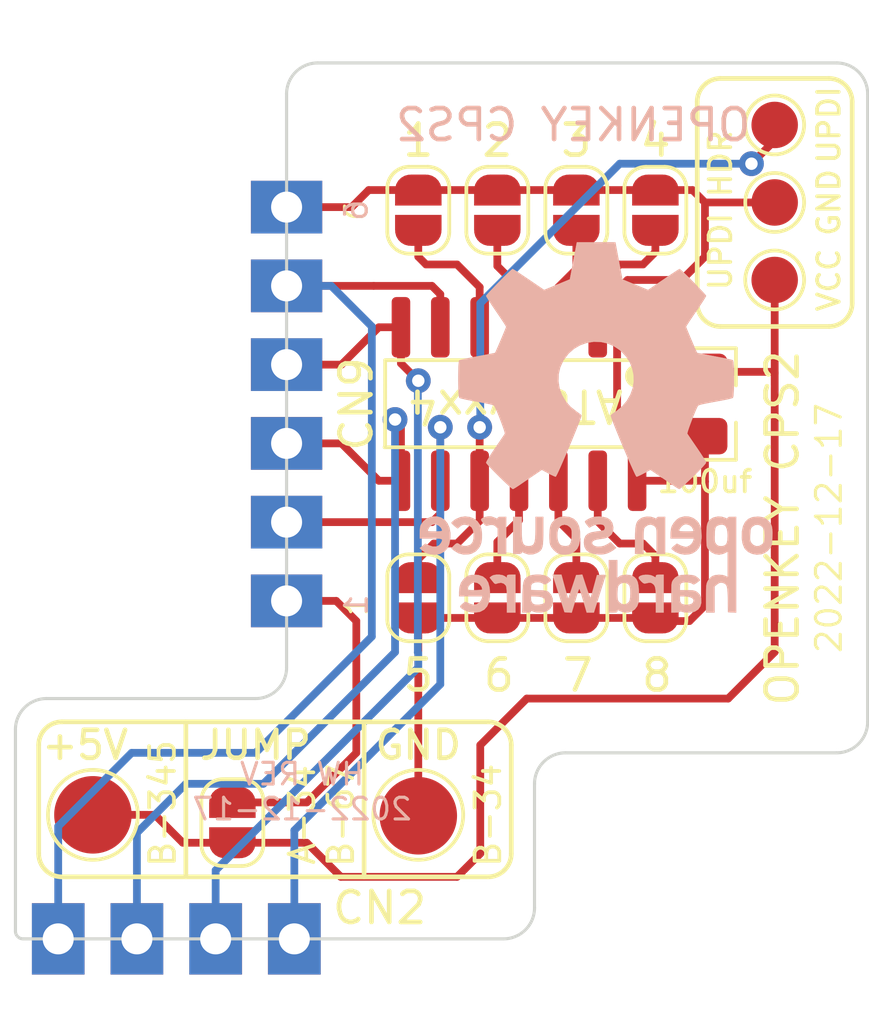
<source format=kicad_pcb>
(kicad_pcb (version 20211014) (generator pcbnew)
  (layers (0 "F.Cu" signal) (31 "B.Cu" signal) (34 "B.Paste" user) (35 "F.Paste" user) (36 "B.SilkS" user "B.Silkscreen") (37 "F.SilkS" user "F.Silkscreen") (38 "B.Mask" user) (39 "F.Mask" user) (44 "Edge.Cuts" user))
  (property "REV" "2022-12-17")
  (net 0 "")
  (net 1 "VCC")
  (net 2 "GND")
  (net 3 "DATA")
  (net 4 "SETUP")
  (net 5 "CLOCK")
  (net 6 "RESET")
  (net 7 "/J8")
  (net 8 "/J7")
  (net 9 "/J6")
  (net 10 "/J4")
  (net 11 "/J3")
  (net 12 "/J2")
  (net 13 "/J1")
  (net 14 "/J5 {slash} UPDI")
  (net 15 "/CN9 VCC")
  (footprint "Jumper:SolderJumper-2_P1.3mm_Open_RoundedPad1.0x1.5mm" (layer "F.Cu") (at 139.8 103.5 -90)
    (fp_text reference "JP2" hide)
    (fp_text value "SolderJumper_2_Open")
    (pad "1" smd custom (at -0.65 0 270) (size 1 0.5) (layers "F.Cu" "F.Mask") (net 9 "/J6") (options (clearance outline) (anchor rect)) (primitives (gr_circle (center 0 0.25) (end 0.5 0.25) (width 0) (fill yes)) (gr_circle (center 0 -0.25) (end 0.5 -0.25) (width 0) (fill yes)) (gr_poly (pts (xy 0.5 0.75) (xy 0 0.75) (xy 0 -0.75) (xy 0.5 -0.75)) (width 0) (fill yes))))
    (pad "2" smd custom (at 0.65 0 270) (size 1 0.5) (layers "F.Cu" "F.Mask") (net 2 "GND") (options (clearance outline) (anchor rect)) (primitives (gr_circle (center 0 0.25) (end 0.5 0.25) (width 0) (fill yes)) (gr_circle (center 0 -0.25) (end 0.5 -0.25) (width 0) (fill yes)) (gr_poly (pts (xy 0 0.75) (xy -0.5 0.75) (xy -0.5 -0.75) (xy 0 -0.75)) (width 0) (fill yes))))
  )
  (footprint "Connector_PinHeader_2.54mm:PinHeader_1x06_P2.54mm_Vertical" (layer "F.Cu") (at 133 103.6 180)
    (fp_text reference "CN9" hide)
    (fp_text value "Conn_01x06")
    (pad "1" thru_hole rect (at 0 0 180) (size 2.3 1.7) (drill 1) (layers *.Cu *.Mask) (net 15 "/CN9 VCC"))
    (pad "2" thru_hole rect (at 0 2.54 180) (size 2.3 1.7) (drill 1) (layers *.Cu *.Mask) (net 3 "DATA"))
    (pad "3" thru_hole rect (at 0 5.08 180) (size 2.3 1.7) (drill 1) (layers *.Cu *.Mask) (net 4 "SETUP"))
    (pad "4" thru_hole rect (at 0 7.62 180) (size 2.3 1.7) (drill 1) (layers *.Cu *.Mask) (net 5 "CLOCK"))
    (pad "5" thru_hole rect (at 0 10.16 180) (size 2.3 1.7) (drill 1) (layers *.Cu *.Mask) (net 6 "RESET"))
    (pad "6" thru_hole rect (at 0 12.7 180) (size 2.3 1.7) (drill 1) (layers *.Cu *.Mask) (net 2 "GND"))
  )
  (footprint "Jumper:SolderJumper-2_P1.3mm_Open_RoundedPad1.0x1.5mm" (layer "F.Cu") (at 142.35 103.5 -90)
    (fp_text reference "JP3" hide)
    (fp_text value "SolderJumper_2_Open")
    (pad "1" smd custom (at -0.65 0 270) (size 1 0.5) (layers "F.Cu" "F.Mask") (net 8 "/J7") (options (clearance outline) (anchor rect)) (primitives (gr_circle (center 0 0.25) (end 0.5 0.25) (width 0) (fill yes)) (gr_circle (center 0 -0.25) (end 0.5 -0.25) (width 0) (fill yes)) (gr_poly (pts (xy 0.5 0.75) (xy 0 0.75) (xy 0 -0.75) (xy 0.5 -0.75)) (width 0) (fill yes))))
    (pad "2" smd custom (at 0.65 0 270) (size 1 0.5) (layers "F.Cu" "F.Mask") (net 2 "GND") (options (clearance outline) (anchor rect)) (primitives (gr_circle (center 0 0.25) (end 0.5 0.25) (width 0) (fill yes)) (gr_circle (center 0 -0.25) (end 0.5 -0.25) (width 0) (fill yes)) (gr_poly (pts (xy 0 0.75) (xy -0.5 0.75) (xy -0.5 -0.75) (xy 0 -0.75)) (width 0) (fill yes))))
  )
  (footprint "Jumper:SolderJumper-2_P1.3mm_Open_RoundedPad1.0x1.5mm" (layer "F.Cu") (at 137.25 91 90)
    (fp_text reference "JP8" hide)
    (fp_text value "SolderJumper_2_Open" hide)
    (pad "1" smd custom (at -0.65 0 90) (size 1 0.5) (layers "F.Cu" "F.Mask") (net 13 "/J1") (options (clearance outline) (anchor rect)) (primitives (gr_circle (center 0 0.25) (end 0.5 0.25) (width 0) (fill yes)) (gr_circle (center 0 -0.25) (end 0.5 -0.25) (width 0) (fill yes)) (gr_poly (pts (xy 0.5 0.75) (xy 0 0.75) (xy 0 -0.75) (xy 0.5 -0.75)) (width 0) (fill yes))))
    (pad "2" smd custom (at 0.65 0 90) (size 1 0.5) (layers "F.Cu" "F.Mask") (net 2 "GND") (options (clearance outline) (anchor rect)) (primitives (gr_circle (center 0 0.25) (end 0.5 0.25) (width 0) (fill yes)) (gr_circle (center 0 -0.25) (end 0.5 -0.25) (width 0) (fill yes)) (gr_poly (pts (xy 0 0.75) (xy -0.5 0.75) (xy -0.5 -0.75) (xy 0 -0.75)) (width 0) (fill yes))))
  )
  (footprint "Jumper:SolderJumper-2_P1.3mm_Open_RoundedPad1.0x1.5mm" (layer "F.Cu") (at 144.9 91 90)
    (fp_text reference "JP5" hide)
    (fp_text value "SolderJumper_2_Open" hide)
    (pad "1" smd custom (at -0.65 0 90) (size 1 0.5) (layers "F.Cu" "F.Mask") (net 10 "/J4") (options (clearance outline) (anchor rect)) (primitives (gr_circle (center 0 0.25) (end 0.5 0.25) (width 0) (fill yes)) (gr_circle (center 0 -0.25) (end 0.5 -0.25) (width 0) (fill yes)) (gr_poly (pts (xy 0.5 0.75) (xy 0 0.75) (xy 0 -0.75) (xy 0.5 -0.75)) (width 0) (fill yes))))
    (pad "2" smd custom (at 0.65 0 90) (size 1 0.5) (layers "F.Cu" "F.Mask") (net 2 "GND") (options (clearance outline) (anchor rect)) (primitives (gr_circle (center 0 0.25) (end 0.5 0.25) (width 0) (fill yes)) (gr_circle (center 0 -0.25) (end 0.5 -0.25) (width 0) (fill yes)) (gr_poly (pts (xy 0 0.75) (xy -0.5 0.75) (xy -0.5 -0.75) (xy 0 -0.75)) (width 0) (fill yes))))
  )
  (footprint "openkey:C_0805_2012Metric_Pad1.18x1.45mm_HandSolder" (layer "F.Cu") (at 146.5 97.25 90)
    (fp_text reference "C1" hide)
    (fp_text value "100uf" (at -2.5 0) (layer "F.SilkS") (effects (font (size 0.7 0.7) (thickness 0.12))))
    (pad "1" smd roundrect (at -1.0375 0 90) (size 1.175 1.45) (layers "F.Cu" "F.Paste" "F.Mask") (roundrect_rratio 0.2127659574) (net 2 "GND"))
    (pad "2" smd roundrect (at 1.0375 0 90) (size 1.175 1.45) (layers "F.Cu" "F.Paste" "F.Mask") (roundrect_rratio 0.2127659574) (net 1 "VCC"))
  )
  (footprint "Jumper:SolderJumper-2_P1.3mm_Open_RoundedPad1.0x1.5mm" (layer "F.Cu") (at 139.8 91 90)
    (fp_text reference "JP7" hide)
    (fp_text value "SolderJumper_2_Open" hide)
    (pad "1" smd custom (at -0.65 0 90) (size 1 0.5) (layers "F.Cu" "F.Mask") (net 12 "/J2") (options (clearance outline) (anchor rect)) (primitives (gr_circle (center 0 0.25) (end 0.5 0.25) (width 0) (fill yes)) (gr_circle (center 0 -0.25) (end 0.5 -0.25) (width 0) (fill yes)) (gr_poly (pts (xy 0.5 0.75) (xy 0 0.75) (xy 0 -0.75) (xy 0.5 -0.75)) (width 0) (fill yes))))
    (pad "2" smd custom (at 0.65 0 90) (size 1 0.5) (layers "F.Cu" "F.Mask") (net 2 "GND") (options (clearance outline) (anchor rect)) (primitives (gr_circle (center 0 0.25) (end 0.5 0.25) (width 0) (fill yes)) (gr_circle (center 0 -0.25) (end 0.5 -0.25) (width 0) (fill yes)) (gr_poly (pts (xy 0 0.75) (xy -0.5 0.75) (xy -0.5 -0.75) (xy 0 -0.75)) (width 0) (fill yes))))
  )
  (footprint "TestPoint:TestPoint_Pad_D2.5mm" (layer "F.Cu") (at 137.25 110.5)
    (fp_text reference "J3" hide)
    (fp_text value "GND Pad")
    (pad "1" smd circle (at 0 0.03) (size 2.5 2.5) (layers "F.Cu" "F.Mask") (net 2 "GND"))
  )
  (footprint "Connector_PinHeader_2.54mm:PinHeader_1x04_P2.54mm_Vertical" (layer "F.Cu") (at 133.25 114.5 -90)
    (fp_text reference "J2" hide)
    (fp_text value "CN2" (at -1 -2.75) (layer "F.SilkS"))
    (pad "1" thru_hole rect (at 0 0 270) (size 2.3 1.7) (drill 1) (layers *.Cu *.Mask) (net 3 "DATA"))
    (pad "2" thru_hole rect (at 0 2.54 270) (size 2.3 1.7) (drill 1) (layers *.Cu *.Mask) (net 5 "CLOCK"))
    (pad "3" thru_hole rect (at 0 5.08 270) (size 2.3 1.7) (drill 1) (layers *.Cu *.Mask) (net 4 "SETUP"))
    (pad "4" thru_hole rect (at 0 7.62 270) (size 2.3 1.7) (drill 1) (layers *.Cu *.Mask) (net 6 "RESET"))
  )
  (footprint "TestPoint:TestPoint_Pad_D1.5mm" (layer "F.Cu") (at 148.75 88.25 90)
    (fp_text reference "J6" hide)
    (fp_text value "J5 / UDPI")
    (pad "1" smd circle (at 0 0 90) (size 1.5 1.5) (layers "F.Cu" "F.Mask") (net 14 "/J5 {slash} UPDI"))
  )
  (footprint "Jumper:SolderJumper-2_P1.3mm_Open_RoundedPad1.0x1.5mm" (layer "F.Cu") (at 144.9 103.5 -90)
    (fp_text reference "JP4" hide)
    (fp_text value "SolderJumper_2_Open" hide)
    (pad "1" smd custom (at -0.65 0 270) (size 1 0.5) (layers "F.Cu" "F.Mask") (net 7 "/J8") (options (clearance outline) (anchor rect)) (primitives (gr_circle (center 0 0.25) (end 0.5 0.25) (width 0) (fill yes)) (gr_circle (center 0 -0.25) (end 0.5 -0.25) (width 0) (fill yes)) (gr_poly (pts (xy 0.5 0.75) (xy 0 0.75) (xy 0 -0.75) (xy 0.5 -0.75)) (width 0) (fill yes))))
    (pad "2" smd custom (at 0.65 0 270) (size 1 0.5) (layers "F.Cu" "F.Mask") (net 2 "GND") (options (clearance outline) (anchor rect)) (primitives (gr_circle (center 0 0.25) (end 0.5 0.25) (width 0) (fill yes)) (gr_circle (center 0 -0.25) (end 0.5 -0.25) (width 0) (fill yes)) (gr_poly (pts (xy 0 0.75) (xy -0.5 0.75) (xy -0.5 -0.75) (xy 0 -0.75)) (width 0) (fill yes))))
  )
  (footprint "TestPoint:TestPoint_Pad_D1.5mm" (layer "F.Cu") (at 148.75 93.25 90)
    (fp_text reference "J4" hide)
    (fp_text value "VCC")
    (pad "1" smd circle (at 0 0 90) (size 1.5 1.5) (layers "F.Cu" "F.Mask") (net 1 "VCC"))
  )
  (footprint "Jumper:SolderJumper-2_P1.3mm_Open_RoundedPad1.0x1.5mm" (layer "F.Cu") (at 131.25 110.75 -90)
    (fp_text reference "JP9" hide)
    (fp_text value "CN9 VCC Jumper")
    (pad "1" smd custom (at -0.65 0 270) (size 1 0.5) (layers "F.Cu" "F.Mask") (net 15 "/CN9 VCC") (options (clearance outline) (anchor rect)) (primitives (gr_circle (center 0 0.25) (end 0.5 0.25) (width 0) (fill yes)) (gr_circle (center 0 -0.25) (end 0.5 -0.25) (width 0) (fill yes)) (gr_poly (pts (xy 0.5 0.75) (xy 0 0.75) (xy 0 -0.75) (xy 0.5 -0.75)) (width 0) (fill yes))))
    (pad "2" smd custom (at 0.65 0 270) (size 1 0.5) (layers "F.Cu" "F.Mask") (net 1 "VCC") (options (clearance outline) (anchor rect)) (primitives (gr_circle (center 0 0.25) (end 0.5 0.25) (width 0) (fill yes)) (gr_circle (center 0 -0.25) (end 0.5 -0.25) (width 0) (fill yes)) (gr_poly (pts (xy 0 0.75) (xy -0.5 0.75) (xy -0.5 -0.75) (xy 0 -0.75)) (width 0) (fill yes))))
  )
  (footprint "TestPoint:TestPoint_Pad_D2.5mm" (layer "F.Cu") (at 126.75 110.5 90)
    (fp_text reference "J1" hide)
    (fp_text value "VCC Pad")
    (pad "1" smd circle (at 0 0 90) (size 2.5 2.5) (layers "F.Cu" "F.Mask") (net 1 "VCC"))
  )
  (footprint "Jumper:SolderJumper-2_P1.3mm_Open_RoundedPad1.0x1.5mm" (layer "F.Cu") (at 137.25 103.5 -90)
    (fp_text reference "JP1" hide)
    (fp_text value "SolderJumper_2_Open")
    (pad "1" smd custom (at -0.65 0 270) (size 1 0.5) (layers "F.Cu" "F.Mask") (net 14 "/J5 {slash} UPDI") (options (clearance outline) (anchor rect)) (primitives (gr_circle (center 0 0.25) (end 0.5 0.25) (width 0) (fill yes)) (gr_circle (center 0 -0.25) (end 0.5 -0.25) (width 0) (fill yes)) (gr_poly (pts (xy 0.5 0.75) (xy 0 0.75) (xy 0 -0.75) (xy 0.5 -0.75)) (width 0) (fill yes))))
    (pad "2" smd custom (at 0.65 0 270) (size 1 0.5) (layers "F.Cu" "F.Mask") (net 2 "GND") (options (clearance outline) (anchor rect)) (primitives (gr_circle (center 0 0.25) (end 0.5 0.25) (width 0) (fill yes)) (gr_circle (center 0 -0.25) (end 0.5 -0.25) (width 0) (fill yes)) (gr_poly (pts (xy 0 0.75) (xy -0.5 0.75) (xy -0.5 -0.75) (xy 0 -0.75)) (width 0) (fill yes))))
  )
  (footprint "openkey:SOIC-14_3.9x8.7mm_P1.27mm" (layer "F.Cu") (at 140.5 97.25 -90)
    (fp_text reference "U1" hide)
    (fp_text value "ATtinyxx4" (at 0.06 0.11 180 unlocked) (layer "F.SilkS"))
    (pad "1" smd roundrect (at -2.475 -3.81 270) (size 1.95 0.6) (layers "F.Cu" "F.Paste" "F.Mask") (net 1 "VCC"))
    (pad "2" smd roundrect (at -2.475 -2.54 270) (size 1.95 0.6) (layers "F.Cu" "F.Paste" "F.Mask") (net 10 "/J4"))
    (pad "3" smd roundrect (at -2.475 -1.27 270) (size 1.95 0.6) (layers "F.Cu" "F.Paste" "F.Mask") (net 11 "/J3"))
    (pad "4" smd roundrect (at -2.475 0 270) (size 1.95 0.6) (layers "F.Cu" "F.Paste" "F.Mask") (net 12 "/J2"))
    (pad "5" smd roundrect (at -2.475 1.27 270) (size 1.95 0.6) (layers "F.Cu" "F.Paste" "F.Mask") (net 13 "/J1"))
    (pad "6" smd roundrect (at -2.475 2.54 270) (size 1.95 0.6) (layers "F.Cu" "F.Paste" "F.Mask") (net 6 "RESET"))
    (pad "7" smd roundrect (at -2.475 3.81 270) (size 1.95 0.6) (layers "F.Cu" "F.Paste" "F.Mask") (net 5 "CLOCK"))
    (pad "8" smd roundrect (at 2.475 3.81 270) (size 1.95 0.6) (layers "F.Cu" "F.Paste" "F.Mask") (net 4 "SETUP"))
    (pad "9" smd roundrect (at 2.475 2.54 270) (size 1.95 0.6) (layers "F.Cu" "F.Paste" "F.Mask") (net 3 "DATA"))
    (pad "10" smd roundrect (at 2.475 1.27 270) (size 1.95 0.6) (layers "F.Cu" "F.Paste" "F.Mask") (net 14 "/J5 {slash} UPDI"))
    (pad "11" smd roundrect (at 2.475 0 270) (size 1.95 0.6) (layers "F.Cu" "F.Paste" "F.Mask") (net 9 "/J6"))
    (pad "12" smd roundrect (at 2.475 -1.27 270) (size 1.95 0.6) (layers "F.Cu" "F.Paste" "F.Mask") (net 8 "/J7"))
    (pad "13" smd roundrect (at 2.475 -2.54 270) (size 1.95 0.6) (layers "F.Cu" "F.Paste" "F.Mask") (net 7 "/J8"))
    (pad "14" smd roundrect (at 2.475 -3.81 270) (size 1.95 0.6) (layers "F.Cu" "F.Paste" "F.Mask") (net 2 "GND"))
  )
  (footprint "Jumper:SolderJumper-2_P1.3mm_Open_RoundedPad1.0x1.5mm" (layer "F.Cu") (at 142.35 91 90)
    (fp_text reference "JP6" hide)
    (fp_text value "SolderJumper_2_Open" hide)
    (pad "1" smd custom (at -0.65 0 90) (size 1 0.5) (layers "F.Cu" "F.Mask") (net 11 "/J3") (options (clearance outline) (anchor rect)) (primitives (gr_circle (center 0 0.25) (end 0.5 0.25) (width 0) (fill yes)) (gr_circle (center 0 -0.25) (end 0.5 -0.25) (width 0) (fill yes)) (gr_poly (pts (xy 0.5 0.75) (xy 0 0.75) (xy 0 -0.75) (xy 0.5 -0.75)) (width 0) (fill yes))))
    (pad "2" smd custom (at 0.65 0 90) (size 1 0.5) (layers "F.Cu" "F.Mask") (net 2 "GND") (options (clearance outline) (anchor rect)) (primitives (gr_circle (center 0 0.25) (end 0.5 0.25) (width 0) (fill yes)) (gr_circle (center 0 -0.25) (end 0.5 -0.25) (width 0) (fill yes)) (gr_poly (pts (xy 0 0.75) (xy -0.5 0.75) (xy -0.5 -0.75) (xy 0 -0.75)) (width 0) (fill yes))))
  )
  (footprint "TestPoint:TestPoint_Pad_D1.5mm" (layer "F.Cu") (at 148.75 90.75 90)
    (fp_text reference "J5" hide)
    (fp_text value "GND")
    (pad "1" smd circle (at 0 0 90) (size 1.5 1.5) (layers "F.Cu" "F.Mask") (net 2 "GND"))
  )
  (footprint "Symbol:OSHW-Logo_11.4x12mm_SilkScreen" (layer "B.Cu") (at 143 98 180)
    (fp_text reference "REF**" hide)
    (fp_text value "OSHW-Logo_11.4x12mm_SilkScreen" hide)
  )
  (gr_line (start 139.5 107.5) (end 125.75 107.5) (layer "F.SilkS") (width 0.15))
  (gr_arc (start 139.5 107.5) (mid 140.03033 107.71967) (end 140.25 108.25) (layer "F.SilkS") (width 0.15))
  (gr_line (start 150.5 86.75) (end 147 86.75) (layer "F.SilkS") (width 0.15))
  (gr_arc (start 146.25 87.5) (mid 146.46967 86.96967) (end 147 86.75) (layer "F.SilkS") (width 0.15))
  (gr_arc (start 125 108.25) (mid 125.21967 107.71967) (end 125.75 107.5) (layer "F.SilkS") (width 0.15))
  (gr_line (start 125 108.25) (end 125 111.75) (layer "F.SilkS") (width 0.15))
  (gr_arc (start 150.5 86.75) (mid 151.03033 86.96967) (end 151.25 87.5) (layer "F.SilkS") (width 0.15))
  (gr_arc (start 140.25 111.75) (mid 140.03033 112.28033) (end 139.5 112.5) (layer "F.SilkS") (width 0.15))
  (gr_line (start 151.25 87.5) (end 151.25 94) (layer "F.SilkS") (width 0.15))
  (gr_line (start 129.75 107.5) (end 129.75 112.5) (layer "F.SilkS") (width 0.15))
  (gr_arc (start 151.25 94) (mid 151.03033 94.53033) (end 150.5 94.75) (layer "F.SilkS") (width 0.15))
  (gr_arc (start 147 94.75) (mid 146.46967 94.53033) (end 146.25 94) (layer "F.SilkS") (width 0.15))
  (gr_line (start 125.75 112.5) (end 139.5 112.5) (layer "F.SilkS") (width 0.15))
  (gr_line (start 150.5 94.75) (end 147 94.75) (layer "F.SilkS") (width 0.15))
  (gr_arc (start 125.75 112.5) (mid 125.21967 112.28033) (end 125 111.75) (layer "F.SilkS") (width 0.15))
  (gr_line (start 146.25 87.5) (end 146.25 94) (layer "F.SilkS") (width 0.15))
  (gr_line (start 140.25 111.75) (end 140.25 108.25) (layer "F.SilkS") (width 0.15))
  (gr_line (start 135.5 107.5) (end 135.5 112.5) (layer "F.SilkS") (width 0.15))
  (gr_line (start 142 108.5) (end 150.75 108.5) (layer "Edge.Cuts") (width 0.1))
  (gr_line (start 124.25 107.75) (end 124.25 114.25) (layer "Edge.Cuts") (width 0.1))
  (gr_arc (start 150.75 86.25) (mid 151.457107 86.542893) (end 151.75 87.25) (layer "Edge.Cuts") (width 0.1))
  (gr_arc (start 151.75 107.5) (mid 151.457107 108.207107) (end 150.75 108.5) (layer "Edge.Cuts") (width 0.1))
  (gr_line (start 125.25 106.75) (end 132 106.75) (layer "Edge.Cuts") (width 0.1))
  (gr_line (start 151.75 87.25) (end 151.75 107.5) (layer "Edge.Cuts") (width 0.1))
  (gr_arc (start 133 87.25) (mid 133.292893 86.542893) (end 134 86.25) (layer "Edge.Cuts") (width 0.1))
  (gr_line (start 133 105.75) (end 133 87.25) (layer "Edge.Cuts") (width 0.1))
  (gr_line (start 140 114.5) (end 124.5 114.5) (layer "Edge.Cuts") (width 0.1))
  (gr_arc (start 133 105.75) (mid 132.707107 106.457107) (end 132 106.75) (layer "Edge.Cuts") (width 0.1))
  (gr_arc (start 141 109.5) (mid 141.292893 108.792893) (end 142 108.5) (layer "Edge.Cuts") (width 0.1))
  (gr_line (start 150.75 86.25) (end 134 86.25) (layer "Edge.Cuts") (width 0.1))
  (gr_arc (start 124.5 114.5) (mid 124.323223 114.426777) (end 124.25 114.25) (layer "Edge.Cuts") (width 0.1))
  (gr_arc (start 124.25 107.75) (mid 124.542893 107.042893) (end 125.25 106.75) (layer "Edge.Cuts") (width 0.1))
  (gr_line (start 141 113.5) (end 141 109.5) (layer "Edge.Cuts") (width 0.1))
  (gr_arc (start 141 113.5) (mid 140.707107 114.207107) (end 140 114.5) (layer "Edge.Cuts") (width 0.1))
  (gr_text "6" (at 135.25 91 90) (layer "B.SilkS") (effects (font (size 0.7 0.7) (thickness 0.1)) (justify mirror)))
  (gr_text "HW REV\n${REV}" (at 133.5 109.75) (layer "B.SilkS") (effects (font (size 0.7 0.7) (thickness 0.1)) (justify mirror)))
  (gr_text "1" (at 135.25 103.73 90) (layer "B.SilkS") (effects (font (size 0.7 0.7) (thickness 0.1)) (justify mirror)))
  (gr_text "OPENKEY CPS2" (at 142.25 88.25) (layer "B.SilkS") (effects (font (size 1 1)) (justify mirror)))
  (gr_text "JUMP" (at 132 108.25) (layer "F.SilkS") (effects (font (size 0.9 0.9))))
  (gr_text "1" (at 135.25 103.75 90) (layer "F.SilkS") (effects (font (size 0.7 0.7) (thickness 0.1))))
  (gr_text "VCC" (at 150.5 93.25 90) (layer "F.SilkS") (effects (font (size 0.7 0.7) (thickness 0.12))))
  (gr_text "B-67\n" (at 134.75 112.25 90) (layer "F.SilkS") (effects (font (size 0.8 0.8) (thickness 0.12)) (justify left)))
  (gr_text "4" (at 144.9 88.75) (layer "F.SilkS") (effects (font (size 1 1))))
  (gr_text "A-34" (at 133.5 110.5 90) (layer "F.SilkS") (effects (font (size 0.8 0.8) (thickness 0.12))))
  (gr_text "${REV}" (at 150.5 101.25 90) (layer "F.SilkS") (effects (font (size 0.8 0.8) (thickness 0.1))))
  (gr_text "GND" (at 150.5 90.75 90) (layer "F.SilkS") (effects (font (size 0.7 0.7) (thickness 0.12))))
  (gr_text "8" (at 144.95 106) (layer "F.SilkS") (effects (font (size 1 1))))
  (gr_text "UPDI HDR" (at 147 91 90) (layer "F.SilkS") (effects (font (size 0.7 0.7) (thickness 0.12))))
  (gr_text "UPDI" (at 150.5 88.25 90) (layer "F.SilkS") (effects (font (size 0.7 0.7) (thickness 0.12))))
  (gr_text "1" (at 137.25 88.75) (layer "F.SilkS") (effects (font (size 1 1))))
  (gr_text "2" (at 139.8 88.75) (layer "F.SilkS") (effects (font (size 1 1))))
  (gr_text "B-345" (at 129 112.25 90) (layer "F.SilkS") (effects (font (size 0.8 0.8) (thickness 0.12)) (justify left)))
  (gr_text "OPENKEY CPS2" (at 149 101.25 90) (layer "F.SilkS") (effects (font (size 1 1))))
  (gr_text "CN9" (at 135.25 97.25 90) (layer "F.SilkS") (effects (font (size 1 1))))
  (gr_text "5" (at 137.25 106) (layer "F.SilkS") (effects (font (size 1 1))))
  (gr_text "+5V" (at 126.5 108.25) (layer "F.SilkS") (effects (font (size 0.9 0.9))))
  (gr_text "6" (at 135.25 91 90) (layer "F.SilkS") (effects (font (size 0.7 0.7) (thickness 0.1))))
  (gr_text "7" (at 142.4 106) (layer "F.SilkS") (effects (font (size 1 1))))
  (gr_text "6" (at 139.85 106) (layer "F.SilkS") (effects (font (size 1 1))))
  (gr_text "3" (at 142.35 88.75) (layer "F.SilkS") (effects (font (size 1 1))))
  (gr_text "GND" (at 137.25 108.25) (layer "F.SilkS") (effects (font (size 0.9 0.9))))
  (gr_text "B-34" (at 139.5 112.25 90) (layer "F.SilkS") (effects (font (size 0.8 0.8) (thickness 0.12)) (justify left)))
  (segment (start 148.75 96.25) (end 148.75 93.25) (width 0.25) (layer "F.Cu") (net 1))
  (segment (start 144.31 95.81) (end 144.7125 96.2125) (width 0.25) (layer "F.Cu") (net 1))
  (segment (start 147.25 106.75) (end 140.75 106.75) (width 0.25) (layer "F.Cu") (net 1))
  (segment (start 133.65 111.4) (end 131.25 111.4) (width 0.25) (layer "F.Cu") (net 1))
  (segment (start 146.5 96.2125) (end 148.7125 96.2125) (width 0.25) (layer "F.Cu") (net 1))
  (segment (start 139.25 108.25) (end 139.25 111.75) (width 0.25) (layer "F.Cu") (net 1))
  (segment (start 138.5 112.5) (end 134.75 112.5) (width 0.25) (layer "F.Cu") (net 1))
  (segment (start 148.75 105.25) (end 147.25 106.75) (width 0.25) (layer "F.Cu") (net 1))
  (segment (start 128.75 110.5) (end 129.65 111.4) (width 0.25) (layer "F.Cu") (net 1))
  (segment (start 134.75 112.5) (end 133.65 111.4) (width 0.25) (layer "F.Cu") (net 1))
  (segment (start 140.75 106.75) (end 139.25 108.25) (width 0.25) (layer "F.Cu") (net 1))
  (segment (start 139.25 111.75) (end 138.5 112.5) (width 0.25) (layer "F.Cu") (net 1))
  (segment (start 144.31 94.775) (end 144.31 95.81) (width 0.25) (layer "F.Cu") (net 1))
  (segment (start 126.75 110.5) (end 128.75 110.5) (width 0.25) (layer "F.Cu") (net 1))
  (segment (start 148.75 96.25) (end 148.75 105.25) (width 0.25) (layer "F.Cu") (net 1))
  (segment (start 129.65 111.4) (end 131.25 111.4) (width 0.25) (layer "F.Cu") (net 1))
  (segment (start 144.7125 96.2125) (end 146.5 96.2125) (width 0.25) (layer "F.Cu") (net 1))
  (segment (start 148.7125 96.2125) (end 148.75 96.25) (width 0.25) (layer "F.Cu") (net 1))
  (segment (start 146.5 90.75) (end 146.1 90.35) (width 0.25) (layer "F.Cu") (net 2))
  (segment (start 137.25 90.35) (end 135.65 90.35) (width 0.25) (layer "F.Cu") (net 2))
  (segment (start 146.475 99.725) (end 146.5 99.75) (width 0.25) (layer "F.Cu") (net 2))
  (segment (start 146 104.25) (end 146.5 103.75) (width 0.25) (layer "F.Cu") (net 2))
  (segment (start 135.65 90.35) (end 135.1 90.9) (width 0.25) (layer "F.Cu") (net 2))
  (segment (start 146.5 92.5) (end 146.5 90.75) (width 0.25) (layer "F.Cu") (net 2))
  (segment (start 144.9 104.15) (end 142.35 104.15) (width 0.25) (layer "F.Cu") (net 2))
  (segment (start 144.31 99.725) (end 144.31 98.31) (width 0.25) (layer "F.Cu") (net 2))
  (segment (start 142.35 104.15) (end 139.8 104.15) (width 0.25) (layer "F.Cu") (net 2))
  (segment (start 144.31 98.31) (end 143.665 97.665) (width 0.25) (layer "F.Cu") (net 2))
  (segment (start 145.75 93.25) (end 146.5 92.5) (width 0.25) (layer "F.Cu") (net 2))
  (segment (start 146.1 90.35) (end 144.9 90.35) (width 0.25) (layer "F.Cu") (net 2))
  (segment (start 143.665 93.585) (end 144 93.25) (width 0.25) (layer "F.Cu") (net 2))
  (segment (start 142.35 90.35) (end 144.9 90.35) (width 0.25) (layer "F.Cu") (net 2))
  (segment (start 148.75 90.75) (end 146.5 90.75) (width 0.25) (layer "F.Cu") (net 2))
  (segment (start 144.9 104.15) (end 145 104.25) (width 0.25) (layer "F.Cu") (net 2))
  (segment (start 144.31 99.725) (end 146.475 99.725) (width 0.25) (layer "F.Cu") (net 2))
  (segment (start 139.8 90.35) (end 142.35 90.35) (width 0.25) (layer "F.Cu") (net 2))
  (segment (start 137.25 90.35) (end 139.8 90.35) (width 0.25) (layer "F.Cu") (net 2))
  (segment (start 146.5 103.75) (end 146.5 99.75) (width 0.25) (layer "F.Cu") (net 2))
  (segment (start 135.1 90.9) (end 133.125 90.9) (width 0.25) (layer "F.Cu") (net 2))
  (segment (start 143.665 97.665) (end 143.665 93.585) (width 0.25) (layer "F.Cu") (net 2))
  (segment (start 137.25 104.15) (end 137.25 110.53) (width 0.25) (layer "F.Cu") (net 2))
  (segment (start 139.8 104.15) (end 137.25 104.15) (width 0.25) (layer "F.Cu") (net 2))
  (segment (start 145 104.25) (end 146 104.25) (width 0.25) (layer "F.Cu") (net 2))
  (segment (start 146.5 99.75) (end 146.5 98.2875) (width 0.25) (layer "F.Cu") (net 2))
  (segment (start 144 93.25) (end 145.75 93.25) (width 0.25) (layer "F.Cu") (net 2))
  (segment (start 137.96 99.725) (end 137.96 98) (width 0.25) (layer "F.Cu") (net 3))
  (segment (start 137.96 99.725) (end 137.96 100.79) (width 0.25) (layer "F.Cu") (net 3))
  (segment (start 137.96 100.79) (end 137.69 101.06) (width 0.25) (layer "F.Cu") (net 3))
  (segment (start 137.69 101.06) (end 133.125 101.06) (width 0.25) (layer "F.Cu") (net 3))
  (via (at 137.96 98) (size 0.8) (drill 0.4) (layers "F.Cu" "B.Cu") (net 3))
  (segment (start 137.96 98) (end 137.96 106.29) (width 0.25) (layer "B.Cu") (net 3))
  (segment (start 133.25 111) (end 133.25 114.375) (width 0.25) (layer "B.Cu") (net 3))
  (segment (start 137.96 106.29) (end 133.25 111) (width 0.25) (layer "B.Cu") (net 3))
  (segment (start 135.975 99.725) (end 134.77 98.52) (width 0.25) (layer "F.Cu") (net 4))
  (segment (start 134.77 98.52) (end 133.125 98.52) (width 0.25) (layer "F.Cu") (net 4))
  (segment (start 136.69 99.725) (end 135.975 99.725) (width 0.25) (layer "F.Cu") (net 4))
  (segment (start 136.69 99.725) (end 136.69 97.94) (width 0.25) (layer "F.Cu") (net 4))
  (segment (start 136.69 97.94) (end 136.5 97.75) (width 0.25) (layer "F.Cu") (net 4))
  (via (at 136.5 97.75) (size 0.8) (drill 0.4) (layers "F.Cu" "B.Cu") (net 4))
  (segment (start 128.17 111.08) (end 128.17 114.375) (width 0.25) (layer "B.Cu") (net 4))
  (segment (start 129.75 109.5) (end 128.17 111.08) (width 0.25) (layer "B.Cu") (net 4))
  (segment (start 132.25 109.5) (end 129.75 109.5) (width 0.25) (layer "B.Cu") (net 4))
  (segment (start 136.5 105.25) (end 132.25 109.5) (width 0.25) (layer "B.Cu") (net 4))
  (segment (start 136.5 97.75) (end 136.5 105.25) (width 0.25) (layer "B.Cu") (net 4))
  (segment (start 134.77 95.98) (end 133.125 95.98) (width 0.25) (layer "F.Cu") (net 5))
  (segment (start 136.69 94.775) (end 135.975 94.775) (width 0.25) (layer "F.Cu") (net 5))
  (segment (start 137.25 96.5) (end 136.69 95.94) (width 0.25) (layer "F.Cu") (net 5))
  (segment (start 135.975 94.775) (end 134.77 95.98) (width 0.25) (layer "F.Cu") (net 5))
  (segment (start 136.69 95.94) (end 136.69 94.775) (width 0.25) (layer "F.Cu") (net 5))
  (via (at 137.25 96.5) (size 0.8) (drill 0.4) (layers "F.Cu" "B.Cu") (net 5))
  (segment (start 137.235 96.515) (end 137.235 105.265) (width 0.25) (layer "B.Cu") (net 5))
  (segment (start 137.25 105.75) (end 130.71 112.29) (width 0.25) (layer "B.Cu") (net 5))
  (segment (start 137.25 96.5) (end 137.235 96.515) (width 0.25) (layer "B.Cu") (net 5))
  (segment (start 137.235 105.265) (end 137.25 105.28) (width 0.25) (layer "B.Cu") (net 5))
  (segment (start 137.25 105.28) (end 137.25 105.75) (width 0.25) (layer "B.Cu") (net 5))
  (segment (start 130.71 112.29) (end 130.71 114.375) (width 0.25) (layer "B.Cu") (net 5))
  (segment (start 135.81 93.44) (end 133.125 93.44) (width 0.25) (layer "F.Cu") (net 6))
  (segment (start 137.69 93.44) (end 135.81 93.44) (width 0.25) (layer "F.Cu") (net 6))
  (segment (start 137.96 94.775) (end 137.96 93.71) (width 0.25) (layer "F.Cu") (net 6))
  (segment (start 137.96 93.71) (end 137.69 93.44) (width 0.25) (layer "F.Cu") (net 6))
  (segment (start 133.125 93.44) (end 134.44 93.44) (width 0.25) (layer "B.Cu") (net 6))
  (segment (start 135.75 104.75) (end 132 108.5) (width 0.25) (layer "B.Cu") (net 6))
  (segment (start 132 108.5) (end 128 108.5) (width 0.25) (layer "B.Cu") (net 6))
  (segment (start 134.44 93.44) (end 135.75 94.75) (width 0.25) (layer "B.Cu") (net 6))
  (segment (start 128 108.5) (end 125.63 110.87) (width 0.25) (layer "B.Cu") (net 6))
  (segment (start 135.75 94.75) (end 135.75 104.75) (width 0.25) (layer "B.Cu") (net 6))
  (segment (start 125.63 110.87) (end 125.63 114.375) (width 0.25) (layer "B.Cu") (net 6))
  (segment (start 143.75 101.75) (end 144.5 101.75) (width 0.25) (layer "F.Cu") (net 7))
  (segment (start 144.5 101.75) (end 144.9 102.15) (width 0.25) (layer "F.Cu") (net 7))
  (segment (start 143.04 99.725) (end 143.04 101.04) (width 0.25) (layer "F.Cu") (net 7))
  (segment (start 144.9 102.15) (end 144.9 102.85) (width 0.25) (layer "F.Cu") (net 7))
  (segment (start 143.04 101.04) (end 143.75 101.75) (width 0.25) (layer "F.Cu") (net 7))
  (segment (start 142.35 101.6) (end 142.35 102.85) (width 0.25) (layer "F.Cu") (net 8))
  (segment (start 141.77 101.02) (end 142.35 101.6) (width 0.25) (layer "F.Cu") (net 8))
  (segment (start 141.77 99.725) (end 141.77 101.02) (width 0.25) (layer "F.Cu") (net 8))
  (segment (start 140.5 99.725) (end 140.5 101) (width 0.25) (layer "F.Cu") (net 9))
  (segment (start 140.5 101) (end 139.8 101.7) (width 0.25) (layer "F.Cu") (net 9))
  (segment (start 139.8 101.7) (end 139.8 102.85) (width 0.25) (layer "F.Cu") (net 9))
  (segment (start 143.75 92.75) (end 144.5 92.75) (width 0.25) (layer "F.Cu") (net 10))
  (segment (start 143.04 93.46) (end 143.75 92.75) (width 0.25) (layer "F.Cu") (net 10))
  (segment (start 144.5 92.75) (end 144.9 92.35) (width 0.25) (layer "F.Cu") (net 10))
  (segment (start 144.9 92.35) (end 144.9 91.65) (width 0.25) (layer "F.Cu") (net 10))
  (segment (start 143.04 94.775) (end 143.04 93.46) (width 0.25) (layer "F.Cu") (net 10))
  (segment (start 142.35 92.9) (end 142.35 91.65) (width 0.25) (layer "F.Cu") (net 11))
  (segment (start 141.77 93.48) (end 142.35 92.9) (width 0.25) (layer "F.Cu") (net 11))
  (segment (start 141.77 94.775) (end 141.77 93.48) (width 0.25) (layer "F.Cu") (net 11))
  (segment (start 140.5 93.5) (end 139.8 92.8) (width 0.25) (layer "F.Cu") (net 12))
  (segment (start 140.5 94.775) (end 140.5 93.5) (width 0.25) (layer "F.Cu") (net 12))
  (segment (start 139.8 92.8) (end 139.8 91.65) (width 0.25) (layer "F.Cu") (net 12))
  (segment (start 139.23 93.48) (end 138.5 92.75) (width 0.25) (layer "F.Cu") (net 13))
  (segment (start 137.5 92.75) (end 137.25 92.5) (width 0.25) (layer "F.Cu") (net 13))
  (segment (start 137.25 92.5) (end 137.25 91.65) (width 0.25) (layer "F.Cu") (net 13))
  (segment (start 138.5 92.75) (end 137.5 92.75) (width 0.25) (layer "F.Cu") (net 13))
  (segment (start 139.23 94.775) (end 139.23 93.48) (width 0.25) (layer "F.Cu") (net 13))
  (segment (start 139.23 99.725) (end 139.23 98) (width 0.25) (layer "F.Cu") (net 14))
  (segment (start 138.5 101.75) (end 137.75 101.75) (width 0.25) (layer "F.Cu") (net 14))
  (segment (start 148.75 88.75) (end 148.75 88.25) (width 0.25) (layer "F.Cu") (net 14))
  (segment (start 137.25 102.25) (end 137.25 102.85) (width 0.25) (layer "F.Cu") (net 14))
  (segment (start 139.23 99.725) (end 139.23 101.02) (width 0.25) (layer "F.Cu") (net 14))
  (segment (start 139.23 101.02) (end 138.5 101.75) (width 0.25) (layer "F.Cu") (net 14))
  (segment (start 137.75 101.75) (end 137.25 102.25) (width 0.25) (layer "F.Cu") (net 14))
  (segment (start 148 89.5) (end 148.75 88.75) (width 0.25) (layer "F.Cu") (net 14))
  (via (at 139.23 98) (size 0.8) (drill 0.4) (layers "F.Cu" "B.Cu") (net 14))
  (via (at 148 89.5) (size 0.8) (drill 0.4) (layers "F.Cu" "B.Cu") (net 14))
  (segment (start 143.75 89.5) (end 148 89.5) (width 0.25) (layer "B.Cu") (net 14))
  (segment (start 139.25 94) (end 143.75 89.5) (width 0.25) (layer "B.Cu") (net 14))
  (segment (start 139.23 98) (end 139.25 97.98) (width 0.25) (layer "B.Cu") (net 14))
  (segment (start 139.25 97.98) (end 139.25 94) (width 0.25) (layer "B.Cu") (net 14))
  (segment (start 134.6 103.6) (end 133.125 103.6) (width 0.25) (layer "F.Cu") (net 15))
  (segment (start 131.25 110.1) (end 133.65 110.1) (width 0.25) (layer "F.Cu") (net 15))
  (segment (start 133.65 110.1) (end 135.25 108.5) (width 0.25) (layer "F.Cu") (net 15))
  (segment (start 135.25 108.5) (end 135.25 104.25) (width 0.25) (layer "F.Cu") (net 15))
  (segment (start 135.25 104.25) (end 134.6 103.6) (width 0.25) (layer "F.Cu") (net 15))
)
</source>
